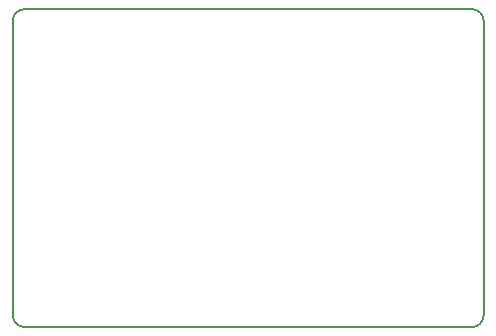
<source format=gbr>
G04 #@! TF.GenerationSoftware,KiCad,Pcbnew,(5.0.0)*
G04 #@! TF.CreationDate,2018-12-18T17:16:09-06:00*
G04 #@! TF.ProjectId,IMUBreakout_Hardware,494D55427265616B6F75745F48617264,rev?*
G04 #@! TF.SameCoordinates,Original*
G04 #@! TF.FileFunction,Profile,NP*
%FSLAX46Y46*%
G04 Gerber Fmt 4.6, Leading zero omitted, Abs format (unit mm)*
G04 Created by KiCad (PCBNEW (5.0.0)) date 12/18/18 17:16:09*
%MOMM*%
%LPD*%
G01*
G04 APERTURE LIST*
%ADD10C,0.150000*%
G04 APERTURE END LIST*
D10*
X111252000Y-82804000D02*
X111252000Y-107696000D01*
X111252000Y-82804000D02*
G75*
G02X112268000Y-81788000I1016000J0D01*
G01*
X150114000Y-81788000D02*
X112268000Y-81788000D01*
X112268000Y-108712000D02*
G75*
G02X111252000Y-107696000I0J1016000D01*
G01*
X150114000Y-108712000D02*
X112268000Y-108712000D01*
X151130000Y-107696000D02*
G75*
G02X150114000Y-108712000I-1016000J0D01*
G01*
X150114000Y-81788000D02*
G75*
G02X151130000Y-82804000I0J-1016000D01*
G01*
X151130000Y-82804000D02*
X151130000Y-107696000D01*
M02*

</source>
